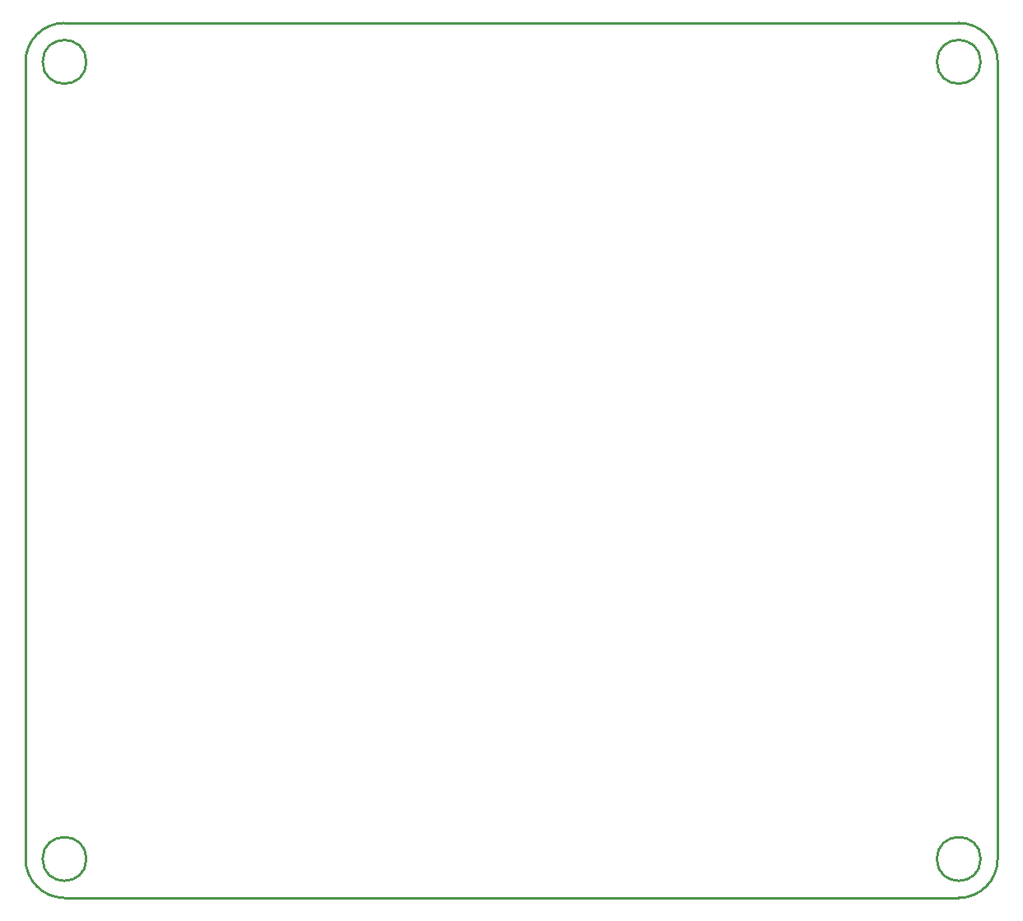
<source format=gm1>
G04 #@! TF.GenerationSoftware,KiCad,Pcbnew,8.0.4*
G04 #@! TF.CreationDate,2024-08-16T23:51:58-05:00*
G04 #@! TF.ProjectId,BatteryCo,42617474-6572-4794-936f-2e6b69636164,rev?*
G04 #@! TF.SameCoordinates,Original*
G04 #@! TF.FileFunction,Profile,NP*
%FSLAX46Y46*%
G04 Gerber Fmt 4.6, Leading zero omitted, Abs format (unit mm)*
G04 Created by KiCad (PCBNEW 8.0.4) date 2024-08-16 23:51:58*
%MOMM*%
%LPD*%
G01*
G04 APERTURE LIST*
G04 #@! TA.AperFunction,Profile*
%ADD10C,0.250000*%
G04 #@! TD*
G04 APERTURE END LIST*
D10*
X148250000Y-49530000D02*
G75*
G02*
X143750000Y-49530000I-2250000J0D01*
G01*
X143750000Y-49530000D02*
G75*
G02*
X148250000Y-49530000I2250000J0D01*
G01*
X54000000Y-135530000D02*
G75*
G02*
X50000000Y-131530001I0J4000000D01*
G01*
X54000000Y-135530000D02*
X146000000Y-135530000D01*
X148250000Y-131530000D02*
G75*
G02*
X143750000Y-131530000I-2250000J0D01*
G01*
X143750000Y-131530000D02*
G75*
G02*
X148250000Y-131530000I2250000J0D01*
G01*
X50000000Y-49530000D02*
G75*
G02*
X53999999Y-45530000I4000000J0D01*
G01*
X56250000Y-49530000D02*
G75*
G02*
X51750000Y-49530000I-2250000J0D01*
G01*
X51750000Y-49530000D02*
G75*
G02*
X56250000Y-49530000I2250000J0D01*
G01*
X150000000Y-131530000D02*
X150000000Y-49530000D01*
X56250000Y-131530000D02*
G75*
G02*
X51750000Y-131530000I-2250000J0D01*
G01*
X51750000Y-131530000D02*
G75*
G02*
X56250000Y-131530000I2250000J0D01*
G01*
X50000000Y-49530000D02*
X50000000Y-131530001D01*
X146000000Y-45530000D02*
X53999999Y-45530000D01*
X146000000Y-45530000D02*
G75*
G02*
X150000000Y-49530000I0J-4000000D01*
G01*
X150000000Y-131530000D02*
G75*
G02*
X146000000Y-135530000I-4000000J0D01*
G01*
M02*

</source>
